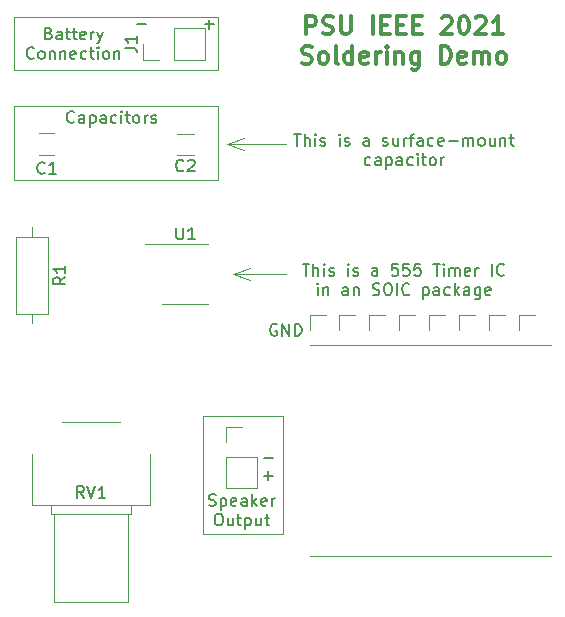
<source format=gbr>
%TF.GenerationSoftware,KiCad,Pcbnew,(5.1.9)-1*%
%TF.CreationDate,2021-08-17T19:58:34-04:00*%
%TF.ProjectId,555-Timer-Soldering-Demo,3535352d-5469-46d6-9572-2d536f6c6465,rev?*%
%TF.SameCoordinates,Original*%
%TF.FileFunction,Legend,Top*%
%TF.FilePolarity,Positive*%
%FSLAX46Y46*%
G04 Gerber Fmt 4.6, Leading zero omitted, Abs format (unit mm)*
G04 Created by KiCad (PCBNEW (5.1.9)-1) date 2021-08-17 19:58:34*
%MOMM*%
%LPD*%
G01*
G04 APERTURE LIST*
%ADD10C,0.150000*%
%ADD11C,0.120000*%
%ADD12C,0.299720*%
G04 APERTURE END LIST*
D10*
X125738095Y-79250000D02*
X125642857Y-79202380D01*
X125500000Y-79202380D01*
X125357142Y-79250000D01*
X125261904Y-79345238D01*
X125214285Y-79440476D01*
X125166666Y-79630952D01*
X125166666Y-79773809D01*
X125214285Y-79964285D01*
X125261904Y-80059523D01*
X125357142Y-80154761D01*
X125500000Y-80202380D01*
X125595238Y-80202380D01*
X125738095Y-80154761D01*
X125785714Y-80107142D01*
X125785714Y-79773809D01*
X125595238Y-79773809D01*
X126214285Y-80202380D02*
X126214285Y-79202380D01*
X126785714Y-80202380D01*
X126785714Y-79202380D01*
X127261904Y-80202380D02*
X127261904Y-79202380D01*
X127500000Y-79202380D01*
X127642857Y-79250000D01*
X127738095Y-79345238D01*
X127785714Y-79440476D01*
X127833333Y-79630952D01*
X127833333Y-79773809D01*
X127785714Y-79964285D01*
X127738095Y-80059523D01*
X127642857Y-80154761D01*
X127500000Y-80202380D01*
X127261904Y-80202380D01*
D11*
X119500000Y-87000000D02*
X119500000Y-97000000D01*
X126250000Y-87000000D02*
X119500000Y-87000000D01*
X126250000Y-97000000D02*
X126250000Y-87000000D01*
X119500000Y-97000000D02*
X126250000Y-97000000D01*
D10*
X124619047Y-90571428D02*
X125380952Y-90571428D01*
X124619047Y-92071428D02*
X125380952Y-92071428D01*
X125000000Y-92452380D02*
X125000000Y-91690476D01*
X119988095Y-94579761D02*
X120130952Y-94627380D01*
X120369047Y-94627380D01*
X120464285Y-94579761D01*
X120511904Y-94532142D01*
X120559523Y-94436904D01*
X120559523Y-94341666D01*
X120511904Y-94246428D01*
X120464285Y-94198809D01*
X120369047Y-94151190D01*
X120178571Y-94103571D01*
X120083333Y-94055952D01*
X120035714Y-94008333D01*
X119988095Y-93913095D01*
X119988095Y-93817857D01*
X120035714Y-93722619D01*
X120083333Y-93675000D01*
X120178571Y-93627380D01*
X120416666Y-93627380D01*
X120559523Y-93675000D01*
X120988095Y-93960714D02*
X120988095Y-94960714D01*
X120988095Y-94008333D02*
X121083333Y-93960714D01*
X121273809Y-93960714D01*
X121369047Y-94008333D01*
X121416666Y-94055952D01*
X121464285Y-94151190D01*
X121464285Y-94436904D01*
X121416666Y-94532142D01*
X121369047Y-94579761D01*
X121273809Y-94627380D01*
X121083333Y-94627380D01*
X120988095Y-94579761D01*
X122273809Y-94579761D02*
X122178571Y-94627380D01*
X121988095Y-94627380D01*
X121892857Y-94579761D01*
X121845238Y-94484523D01*
X121845238Y-94103571D01*
X121892857Y-94008333D01*
X121988095Y-93960714D01*
X122178571Y-93960714D01*
X122273809Y-94008333D01*
X122321428Y-94103571D01*
X122321428Y-94198809D01*
X121845238Y-94294047D01*
X123178571Y-94627380D02*
X123178571Y-94103571D01*
X123130952Y-94008333D01*
X123035714Y-93960714D01*
X122845238Y-93960714D01*
X122750000Y-94008333D01*
X123178571Y-94579761D02*
X123083333Y-94627380D01*
X122845238Y-94627380D01*
X122750000Y-94579761D01*
X122702380Y-94484523D01*
X122702380Y-94389285D01*
X122750000Y-94294047D01*
X122845238Y-94246428D01*
X123083333Y-94246428D01*
X123178571Y-94198809D01*
X123654761Y-94627380D02*
X123654761Y-93627380D01*
X123750000Y-94246428D02*
X124035714Y-94627380D01*
X124035714Y-93960714D02*
X123654761Y-94341666D01*
X124845238Y-94579761D02*
X124750000Y-94627380D01*
X124559523Y-94627380D01*
X124464285Y-94579761D01*
X124416666Y-94484523D01*
X124416666Y-94103571D01*
X124464285Y-94008333D01*
X124559523Y-93960714D01*
X124750000Y-93960714D01*
X124845238Y-94008333D01*
X124892857Y-94103571D01*
X124892857Y-94198809D01*
X124416666Y-94294047D01*
X125321428Y-94627380D02*
X125321428Y-93960714D01*
X125321428Y-94151190D02*
X125369047Y-94055952D01*
X125416666Y-94008333D01*
X125511904Y-93960714D01*
X125607142Y-93960714D01*
X120726190Y-95277380D02*
X120916666Y-95277380D01*
X121011904Y-95325000D01*
X121107142Y-95420238D01*
X121154761Y-95610714D01*
X121154761Y-95944047D01*
X121107142Y-96134523D01*
X121011904Y-96229761D01*
X120916666Y-96277380D01*
X120726190Y-96277380D01*
X120630952Y-96229761D01*
X120535714Y-96134523D01*
X120488095Y-95944047D01*
X120488095Y-95610714D01*
X120535714Y-95420238D01*
X120630952Y-95325000D01*
X120726190Y-95277380D01*
X122011904Y-95610714D02*
X122011904Y-96277380D01*
X121583333Y-95610714D02*
X121583333Y-96134523D01*
X121630952Y-96229761D01*
X121726190Y-96277380D01*
X121869047Y-96277380D01*
X121964285Y-96229761D01*
X122011904Y-96182142D01*
X122345238Y-95610714D02*
X122726190Y-95610714D01*
X122488095Y-95277380D02*
X122488095Y-96134523D01*
X122535714Y-96229761D01*
X122630952Y-96277380D01*
X122726190Y-96277380D01*
X123059523Y-95610714D02*
X123059523Y-96610714D01*
X123059523Y-95658333D02*
X123154761Y-95610714D01*
X123345238Y-95610714D01*
X123440476Y-95658333D01*
X123488095Y-95705952D01*
X123535714Y-95801190D01*
X123535714Y-96086904D01*
X123488095Y-96182142D01*
X123440476Y-96229761D01*
X123345238Y-96277380D01*
X123154761Y-96277380D01*
X123059523Y-96229761D01*
X124392857Y-95610714D02*
X124392857Y-96277380D01*
X123964285Y-95610714D02*
X123964285Y-96134523D01*
X124011904Y-96229761D01*
X124107142Y-96277380D01*
X124250000Y-96277380D01*
X124345238Y-96229761D01*
X124392857Y-96182142D01*
X124726190Y-95610714D02*
X125107142Y-95610714D01*
X124869047Y-95277380D02*
X124869047Y-96134523D01*
X124916666Y-96229761D01*
X125011904Y-96277380D01*
X125107142Y-96277380D01*
X127928571Y-74127380D02*
X128500000Y-74127380D01*
X128214285Y-75127380D02*
X128214285Y-74127380D01*
X128833333Y-75127380D02*
X128833333Y-74127380D01*
X129261904Y-75127380D02*
X129261904Y-74603571D01*
X129214285Y-74508333D01*
X129119047Y-74460714D01*
X128976190Y-74460714D01*
X128880952Y-74508333D01*
X128833333Y-74555952D01*
X129738095Y-75127380D02*
X129738095Y-74460714D01*
X129738095Y-74127380D02*
X129690476Y-74175000D01*
X129738095Y-74222619D01*
X129785714Y-74175000D01*
X129738095Y-74127380D01*
X129738095Y-74222619D01*
X130166666Y-75079761D02*
X130261904Y-75127380D01*
X130452380Y-75127380D01*
X130547619Y-75079761D01*
X130595238Y-74984523D01*
X130595238Y-74936904D01*
X130547619Y-74841666D01*
X130452380Y-74794047D01*
X130309523Y-74794047D01*
X130214285Y-74746428D01*
X130166666Y-74651190D01*
X130166666Y-74603571D01*
X130214285Y-74508333D01*
X130309523Y-74460714D01*
X130452380Y-74460714D01*
X130547619Y-74508333D01*
X131785714Y-75127380D02*
X131785714Y-74460714D01*
X131785714Y-74127380D02*
X131738095Y-74175000D01*
X131785714Y-74222619D01*
X131833333Y-74175000D01*
X131785714Y-74127380D01*
X131785714Y-74222619D01*
X132214285Y-75079761D02*
X132309523Y-75127380D01*
X132500000Y-75127380D01*
X132595238Y-75079761D01*
X132642857Y-74984523D01*
X132642857Y-74936904D01*
X132595238Y-74841666D01*
X132500000Y-74794047D01*
X132357142Y-74794047D01*
X132261904Y-74746428D01*
X132214285Y-74651190D01*
X132214285Y-74603571D01*
X132261904Y-74508333D01*
X132357142Y-74460714D01*
X132500000Y-74460714D01*
X132595238Y-74508333D01*
X134261904Y-75127380D02*
X134261904Y-74603571D01*
X134214285Y-74508333D01*
X134119047Y-74460714D01*
X133928571Y-74460714D01*
X133833333Y-74508333D01*
X134261904Y-75079761D02*
X134166666Y-75127380D01*
X133928571Y-75127380D01*
X133833333Y-75079761D01*
X133785714Y-74984523D01*
X133785714Y-74889285D01*
X133833333Y-74794047D01*
X133928571Y-74746428D01*
X134166666Y-74746428D01*
X134261904Y-74698809D01*
X135976190Y-74127380D02*
X135500000Y-74127380D01*
X135452380Y-74603571D01*
X135500000Y-74555952D01*
X135595238Y-74508333D01*
X135833333Y-74508333D01*
X135928571Y-74555952D01*
X135976190Y-74603571D01*
X136023809Y-74698809D01*
X136023809Y-74936904D01*
X135976190Y-75032142D01*
X135928571Y-75079761D01*
X135833333Y-75127380D01*
X135595238Y-75127380D01*
X135500000Y-75079761D01*
X135452380Y-75032142D01*
X136928571Y-74127380D02*
X136452380Y-74127380D01*
X136404761Y-74603571D01*
X136452380Y-74555952D01*
X136547619Y-74508333D01*
X136785714Y-74508333D01*
X136880952Y-74555952D01*
X136928571Y-74603571D01*
X136976190Y-74698809D01*
X136976190Y-74936904D01*
X136928571Y-75032142D01*
X136880952Y-75079761D01*
X136785714Y-75127380D01*
X136547619Y-75127380D01*
X136452380Y-75079761D01*
X136404761Y-75032142D01*
X137880952Y-74127380D02*
X137404761Y-74127380D01*
X137357142Y-74603571D01*
X137404761Y-74555952D01*
X137500000Y-74508333D01*
X137738095Y-74508333D01*
X137833333Y-74555952D01*
X137880952Y-74603571D01*
X137928571Y-74698809D01*
X137928571Y-74936904D01*
X137880952Y-75032142D01*
X137833333Y-75079761D01*
X137738095Y-75127380D01*
X137500000Y-75127380D01*
X137404761Y-75079761D01*
X137357142Y-75032142D01*
X138976190Y-74127380D02*
X139547619Y-74127380D01*
X139261904Y-75127380D02*
X139261904Y-74127380D01*
X139880952Y-75127380D02*
X139880952Y-74460714D01*
X139880952Y-74127380D02*
X139833333Y-74175000D01*
X139880952Y-74222619D01*
X139928571Y-74175000D01*
X139880952Y-74127380D01*
X139880952Y-74222619D01*
X140357142Y-75127380D02*
X140357142Y-74460714D01*
X140357142Y-74555952D02*
X140404761Y-74508333D01*
X140500000Y-74460714D01*
X140642857Y-74460714D01*
X140738095Y-74508333D01*
X140785714Y-74603571D01*
X140785714Y-75127380D01*
X140785714Y-74603571D02*
X140833333Y-74508333D01*
X140928571Y-74460714D01*
X141071428Y-74460714D01*
X141166666Y-74508333D01*
X141214285Y-74603571D01*
X141214285Y-75127380D01*
X142071428Y-75079761D02*
X141976190Y-75127380D01*
X141785714Y-75127380D01*
X141690476Y-75079761D01*
X141642857Y-74984523D01*
X141642857Y-74603571D01*
X141690476Y-74508333D01*
X141785714Y-74460714D01*
X141976190Y-74460714D01*
X142071428Y-74508333D01*
X142119047Y-74603571D01*
X142119047Y-74698809D01*
X141642857Y-74794047D01*
X142547619Y-75127380D02*
X142547619Y-74460714D01*
X142547619Y-74651190D02*
X142595238Y-74555952D01*
X142642857Y-74508333D01*
X142738095Y-74460714D01*
X142833333Y-74460714D01*
X143928571Y-75127380D02*
X143928571Y-74127380D01*
X144976190Y-75032142D02*
X144928571Y-75079761D01*
X144785714Y-75127380D01*
X144690476Y-75127380D01*
X144547619Y-75079761D01*
X144452380Y-74984523D01*
X144404761Y-74889285D01*
X144357142Y-74698809D01*
X144357142Y-74555952D01*
X144404761Y-74365476D01*
X144452380Y-74270238D01*
X144547619Y-74175000D01*
X144690476Y-74127380D01*
X144785714Y-74127380D01*
X144928571Y-74175000D01*
X144976190Y-74222619D01*
X129190476Y-76777380D02*
X129190476Y-76110714D01*
X129190476Y-75777380D02*
X129142857Y-75825000D01*
X129190476Y-75872619D01*
X129238095Y-75825000D01*
X129190476Y-75777380D01*
X129190476Y-75872619D01*
X129666666Y-76110714D02*
X129666666Y-76777380D01*
X129666666Y-76205952D02*
X129714285Y-76158333D01*
X129809523Y-76110714D01*
X129952380Y-76110714D01*
X130047619Y-76158333D01*
X130095238Y-76253571D01*
X130095238Y-76777380D01*
X131761904Y-76777380D02*
X131761904Y-76253571D01*
X131714285Y-76158333D01*
X131619047Y-76110714D01*
X131428571Y-76110714D01*
X131333333Y-76158333D01*
X131761904Y-76729761D02*
X131666666Y-76777380D01*
X131428571Y-76777380D01*
X131333333Y-76729761D01*
X131285714Y-76634523D01*
X131285714Y-76539285D01*
X131333333Y-76444047D01*
X131428571Y-76396428D01*
X131666666Y-76396428D01*
X131761904Y-76348809D01*
X132238095Y-76110714D02*
X132238095Y-76777380D01*
X132238095Y-76205952D02*
X132285714Y-76158333D01*
X132380952Y-76110714D01*
X132523809Y-76110714D01*
X132619047Y-76158333D01*
X132666666Y-76253571D01*
X132666666Y-76777380D01*
X133857142Y-76729761D02*
X134000000Y-76777380D01*
X134238095Y-76777380D01*
X134333333Y-76729761D01*
X134380952Y-76682142D01*
X134428571Y-76586904D01*
X134428571Y-76491666D01*
X134380952Y-76396428D01*
X134333333Y-76348809D01*
X134238095Y-76301190D01*
X134047619Y-76253571D01*
X133952380Y-76205952D01*
X133904761Y-76158333D01*
X133857142Y-76063095D01*
X133857142Y-75967857D01*
X133904761Y-75872619D01*
X133952380Y-75825000D01*
X134047619Y-75777380D01*
X134285714Y-75777380D01*
X134428571Y-75825000D01*
X135047619Y-75777380D02*
X135238095Y-75777380D01*
X135333333Y-75825000D01*
X135428571Y-75920238D01*
X135476190Y-76110714D01*
X135476190Y-76444047D01*
X135428571Y-76634523D01*
X135333333Y-76729761D01*
X135238095Y-76777380D01*
X135047619Y-76777380D01*
X134952380Y-76729761D01*
X134857142Y-76634523D01*
X134809523Y-76444047D01*
X134809523Y-76110714D01*
X134857142Y-75920238D01*
X134952380Y-75825000D01*
X135047619Y-75777380D01*
X135904761Y-76777380D02*
X135904761Y-75777380D01*
X136952380Y-76682142D02*
X136904761Y-76729761D01*
X136761904Y-76777380D01*
X136666666Y-76777380D01*
X136523809Y-76729761D01*
X136428571Y-76634523D01*
X136380952Y-76539285D01*
X136333333Y-76348809D01*
X136333333Y-76205952D01*
X136380952Y-76015476D01*
X136428571Y-75920238D01*
X136523809Y-75825000D01*
X136666666Y-75777380D01*
X136761904Y-75777380D01*
X136904761Y-75825000D01*
X136952380Y-75872619D01*
X138142857Y-76110714D02*
X138142857Y-77110714D01*
X138142857Y-76158333D02*
X138238095Y-76110714D01*
X138428571Y-76110714D01*
X138523809Y-76158333D01*
X138571428Y-76205952D01*
X138619047Y-76301190D01*
X138619047Y-76586904D01*
X138571428Y-76682142D01*
X138523809Y-76729761D01*
X138428571Y-76777380D01*
X138238095Y-76777380D01*
X138142857Y-76729761D01*
X139476190Y-76777380D02*
X139476190Y-76253571D01*
X139428571Y-76158333D01*
X139333333Y-76110714D01*
X139142857Y-76110714D01*
X139047619Y-76158333D01*
X139476190Y-76729761D02*
X139380952Y-76777380D01*
X139142857Y-76777380D01*
X139047619Y-76729761D01*
X139000000Y-76634523D01*
X139000000Y-76539285D01*
X139047619Y-76444047D01*
X139142857Y-76396428D01*
X139380952Y-76396428D01*
X139476190Y-76348809D01*
X140380952Y-76729761D02*
X140285714Y-76777380D01*
X140095238Y-76777380D01*
X140000000Y-76729761D01*
X139952380Y-76682142D01*
X139904761Y-76586904D01*
X139904761Y-76301190D01*
X139952380Y-76205952D01*
X140000000Y-76158333D01*
X140095238Y-76110714D01*
X140285714Y-76110714D01*
X140380952Y-76158333D01*
X140809523Y-76777380D02*
X140809523Y-75777380D01*
X140904761Y-76396428D02*
X141190476Y-76777380D01*
X141190476Y-76110714D02*
X140809523Y-76491666D01*
X142047619Y-76777380D02*
X142047619Y-76253571D01*
X142000000Y-76158333D01*
X141904761Y-76110714D01*
X141714285Y-76110714D01*
X141619047Y-76158333D01*
X142047619Y-76729761D02*
X141952380Y-76777380D01*
X141714285Y-76777380D01*
X141619047Y-76729761D01*
X141571428Y-76634523D01*
X141571428Y-76539285D01*
X141619047Y-76444047D01*
X141714285Y-76396428D01*
X141952380Y-76396428D01*
X142047619Y-76348809D01*
X142952380Y-76110714D02*
X142952380Y-76920238D01*
X142904761Y-77015476D01*
X142857142Y-77063095D01*
X142761904Y-77110714D01*
X142619047Y-77110714D01*
X142523809Y-77063095D01*
X142952380Y-76729761D02*
X142857142Y-76777380D01*
X142666666Y-76777380D01*
X142571428Y-76729761D01*
X142523809Y-76682142D01*
X142476190Y-76586904D01*
X142476190Y-76301190D01*
X142523809Y-76205952D01*
X142571428Y-76158333D01*
X142666666Y-76110714D01*
X142857142Y-76110714D01*
X142952380Y-76158333D01*
X143809523Y-76729761D02*
X143714285Y-76777380D01*
X143523809Y-76777380D01*
X143428571Y-76729761D01*
X143380952Y-76634523D01*
X143380952Y-76253571D01*
X143428571Y-76158333D01*
X143523809Y-76110714D01*
X143714285Y-76110714D01*
X143809523Y-76158333D01*
X143857142Y-76253571D01*
X143857142Y-76348809D01*
X143380952Y-76444047D01*
D11*
X122000000Y-75000000D02*
X126500000Y-75000000D01*
X122000000Y-75000000D02*
X123500000Y-75500000D01*
X122000000Y-75000000D02*
X123500000Y-74500000D01*
X103500000Y-53250000D02*
X103500000Y-57750000D01*
X120750000Y-57750000D02*
X120750000Y-53250000D01*
X103500000Y-57750000D02*
X120750000Y-57750000D01*
X120750000Y-53250000D02*
X103500000Y-53250000D01*
D10*
X106428571Y-54603571D02*
X106571428Y-54651190D01*
X106619047Y-54698809D01*
X106666666Y-54794047D01*
X106666666Y-54936904D01*
X106619047Y-55032142D01*
X106571428Y-55079761D01*
X106476190Y-55127380D01*
X106095238Y-55127380D01*
X106095238Y-54127380D01*
X106428571Y-54127380D01*
X106523809Y-54175000D01*
X106571428Y-54222619D01*
X106619047Y-54317857D01*
X106619047Y-54413095D01*
X106571428Y-54508333D01*
X106523809Y-54555952D01*
X106428571Y-54603571D01*
X106095238Y-54603571D01*
X107523809Y-55127380D02*
X107523809Y-54603571D01*
X107476190Y-54508333D01*
X107380952Y-54460714D01*
X107190476Y-54460714D01*
X107095238Y-54508333D01*
X107523809Y-55079761D02*
X107428571Y-55127380D01*
X107190476Y-55127380D01*
X107095238Y-55079761D01*
X107047619Y-54984523D01*
X107047619Y-54889285D01*
X107095238Y-54794047D01*
X107190476Y-54746428D01*
X107428571Y-54746428D01*
X107523809Y-54698809D01*
X107857142Y-54460714D02*
X108238095Y-54460714D01*
X108000000Y-54127380D02*
X108000000Y-54984523D01*
X108047619Y-55079761D01*
X108142857Y-55127380D01*
X108238095Y-55127380D01*
X108428571Y-54460714D02*
X108809523Y-54460714D01*
X108571428Y-54127380D02*
X108571428Y-54984523D01*
X108619047Y-55079761D01*
X108714285Y-55127380D01*
X108809523Y-55127380D01*
X109523809Y-55079761D02*
X109428571Y-55127380D01*
X109238095Y-55127380D01*
X109142857Y-55079761D01*
X109095238Y-54984523D01*
X109095238Y-54603571D01*
X109142857Y-54508333D01*
X109238095Y-54460714D01*
X109428571Y-54460714D01*
X109523809Y-54508333D01*
X109571428Y-54603571D01*
X109571428Y-54698809D01*
X109095238Y-54794047D01*
X110000000Y-55127380D02*
X110000000Y-54460714D01*
X110000000Y-54651190D02*
X110047619Y-54555952D01*
X110095238Y-54508333D01*
X110190476Y-54460714D01*
X110285714Y-54460714D01*
X110523809Y-54460714D02*
X110761904Y-55127380D01*
X111000000Y-54460714D02*
X110761904Y-55127380D01*
X110666666Y-55365476D01*
X110619047Y-55413095D01*
X110523809Y-55460714D01*
X105166666Y-56682142D02*
X105119047Y-56729761D01*
X104976190Y-56777380D01*
X104880952Y-56777380D01*
X104738095Y-56729761D01*
X104642857Y-56634523D01*
X104595238Y-56539285D01*
X104547619Y-56348809D01*
X104547619Y-56205952D01*
X104595238Y-56015476D01*
X104642857Y-55920238D01*
X104738095Y-55825000D01*
X104880952Y-55777380D01*
X104976190Y-55777380D01*
X105119047Y-55825000D01*
X105166666Y-55872619D01*
X105738095Y-56777380D02*
X105642857Y-56729761D01*
X105595238Y-56682142D01*
X105547619Y-56586904D01*
X105547619Y-56301190D01*
X105595238Y-56205952D01*
X105642857Y-56158333D01*
X105738095Y-56110714D01*
X105880952Y-56110714D01*
X105976190Y-56158333D01*
X106023809Y-56205952D01*
X106071428Y-56301190D01*
X106071428Y-56586904D01*
X106023809Y-56682142D01*
X105976190Y-56729761D01*
X105880952Y-56777380D01*
X105738095Y-56777380D01*
X106500000Y-56110714D02*
X106500000Y-56777380D01*
X106500000Y-56205952D02*
X106547619Y-56158333D01*
X106642857Y-56110714D01*
X106785714Y-56110714D01*
X106880952Y-56158333D01*
X106928571Y-56253571D01*
X106928571Y-56777380D01*
X107404761Y-56110714D02*
X107404761Y-56777380D01*
X107404761Y-56205952D02*
X107452380Y-56158333D01*
X107547619Y-56110714D01*
X107690476Y-56110714D01*
X107785714Y-56158333D01*
X107833333Y-56253571D01*
X107833333Y-56777380D01*
X108690476Y-56729761D02*
X108595238Y-56777380D01*
X108404761Y-56777380D01*
X108309523Y-56729761D01*
X108261904Y-56634523D01*
X108261904Y-56253571D01*
X108309523Y-56158333D01*
X108404761Y-56110714D01*
X108595238Y-56110714D01*
X108690476Y-56158333D01*
X108738095Y-56253571D01*
X108738095Y-56348809D01*
X108261904Y-56444047D01*
X109595238Y-56729761D02*
X109500000Y-56777380D01*
X109309523Y-56777380D01*
X109214285Y-56729761D01*
X109166666Y-56682142D01*
X109119047Y-56586904D01*
X109119047Y-56301190D01*
X109166666Y-56205952D01*
X109214285Y-56158333D01*
X109309523Y-56110714D01*
X109500000Y-56110714D01*
X109595238Y-56158333D01*
X109880952Y-56110714D02*
X110261904Y-56110714D01*
X110023809Y-55777380D02*
X110023809Y-56634523D01*
X110071428Y-56729761D01*
X110166666Y-56777380D01*
X110261904Y-56777380D01*
X110595238Y-56777380D02*
X110595238Y-56110714D01*
X110595238Y-55777380D02*
X110547619Y-55825000D01*
X110595238Y-55872619D01*
X110642857Y-55825000D01*
X110595238Y-55777380D01*
X110595238Y-55872619D01*
X111214285Y-56777380D02*
X111119047Y-56729761D01*
X111071428Y-56682142D01*
X111023809Y-56586904D01*
X111023809Y-56301190D01*
X111071428Y-56205952D01*
X111119047Y-56158333D01*
X111214285Y-56110714D01*
X111357142Y-56110714D01*
X111452380Y-56158333D01*
X111500000Y-56205952D01*
X111547619Y-56301190D01*
X111547619Y-56586904D01*
X111500000Y-56682142D01*
X111452380Y-56729761D01*
X111357142Y-56777380D01*
X111214285Y-56777380D01*
X111976190Y-56110714D02*
X111976190Y-56777380D01*
X111976190Y-56205952D02*
X112023809Y-56158333D01*
X112119047Y-56110714D01*
X112261904Y-56110714D01*
X112357142Y-56158333D01*
X112404761Y-56253571D01*
X112404761Y-56777380D01*
X119619047Y-53821428D02*
X120380952Y-53821428D01*
X120000000Y-54202380D02*
X120000000Y-53440476D01*
X113869047Y-53821428D02*
X114630952Y-53821428D01*
D11*
X120750000Y-60750000D02*
X103500000Y-60750000D01*
X120750000Y-67000000D02*
X120750000Y-60750000D01*
X103500000Y-67000000D02*
X120750000Y-67000000D01*
X103500000Y-60750000D02*
X103500000Y-67000000D01*
D10*
X108583333Y-62107142D02*
X108535714Y-62154761D01*
X108392857Y-62202380D01*
X108297619Y-62202380D01*
X108154761Y-62154761D01*
X108059523Y-62059523D01*
X108011904Y-61964285D01*
X107964285Y-61773809D01*
X107964285Y-61630952D01*
X108011904Y-61440476D01*
X108059523Y-61345238D01*
X108154761Y-61250000D01*
X108297619Y-61202380D01*
X108392857Y-61202380D01*
X108535714Y-61250000D01*
X108583333Y-61297619D01*
X109440476Y-62202380D02*
X109440476Y-61678571D01*
X109392857Y-61583333D01*
X109297619Y-61535714D01*
X109107142Y-61535714D01*
X109011904Y-61583333D01*
X109440476Y-62154761D02*
X109345238Y-62202380D01*
X109107142Y-62202380D01*
X109011904Y-62154761D01*
X108964285Y-62059523D01*
X108964285Y-61964285D01*
X109011904Y-61869047D01*
X109107142Y-61821428D01*
X109345238Y-61821428D01*
X109440476Y-61773809D01*
X109916666Y-61535714D02*
X109916666Y-62535714D01*
X109916666Y-61583333D02*
X110011904Y-61535714D01*
X110202380Y-61535714D01*
X110297619Y-61583333D01*
X110345238Y-61630952D01*
X110392857Y-61726190D01*
X110392857Y-62011904D01*
X110345238Y-62107142D01*
X110297619Y-62154761D01*
X110202380Y-62202380D01*
X110011904Y-62202380D01*
X109916666Y-62154761D01*
X111250000Y-62202380D02*
X111250000Y-61678571D01*
X111202380Y-61583333D01*
X111107142Y-61535714D01*
X110916666Y-61535714D01*
X110821428Y-61583333D01*
X111250000Y-62154761D02*
X111154761Y-62202380D01*
X110916666Y-62202380D01*
X110821428Y-62154761D01*
X110773809Y-62059523D01*
X110773809Y-61964285D01*
X110821428Y-61869047D01*
X110916666Y-61821428D01*
X111154761Y-61821428D01*
X111250000Y-61773809D01*
X112154761Y-62154761D02*
X112059523Y-62202380D01*
X111869047Y-62202380D01*
X111773809Y-62154761D01*
X111726190Y-62107142D01*
X111678571Y-62011904D01*
X111678571Y-61726190D01*
X111726190Y-61630952D01*
X111773809Y-61583333D01*
X111869047Y-61535714D01*
X112059523Y-61535714D01*
X112154761Y-61583333D01*
X112583333Y-62202380D02*
X112583333Y-61535714D01*
X112583333Y-61202380D02*
X112535714Y-61250000D01*
X112583333Y-61297619D01*
X112630952Y-61250000D01*
X112583333Y-61202380D01*
X112583333Y-61297619D01*
X112916666Y-61535714D02*
X113297619Y-61535714D01*
X113059523Y-61202380D02*
X113059523Y-62059523D01*
X113107142Y-62154761D01*
X113202380Y-62202380D01*
X113297619Y-62202380D01*
X113773809Y-62202380D02*
X113678571Y-62154761D01*
X113630952Y-62107142D01*
X113583333Y-62011904D01*
X113583333Y-61726190D01*
X113630952Y-61630952D01*
X113678571Y-61583333D01*
X113773809Y-61535714D01*
X113916666Y-61535714D01*
X114011904Y-61583333D01*
X114059523Y-61630952D01*
X114107142Y-61726190D01*
X114107142Y-62011904D01*
X114059523Y-62107142D01*
X114011904Y-62154761D01*
X113916666Y-62202380D01*
X113773809Y-62202380D01*
X114535714Y-62202380D02*
X114535714Y-61535714D01*
X114535714Y-61726190D02*
X114583333Y-61630952D01*
X114630952Y-61583333D01*
X114726190Y-61535714D01*
X114821428Y-61535714D01*
X115107142Y-62154761D02*
X115202380Y-62202380D01*
X115392857Y-62202380D01*
X115488095Y-62154761D01*
X115535714Y-62059523D01*
X115535714Y-62011904D01*
X115488095Y-61916666D01*
X115392857Y-61869047D01*
X115250000Y-61869047D01*
X115154761Y-61821428D01*
X115107142Y-61726190D01*
X115107142Y-61678571D01*
X115154761Y-61583333D01*
X115250000Y-61535714D01*
X115392857Y-61535714D01*
X115488095Y-61583333D01*
X127190476Y-63127380D02*
X127761904Y-63127380D01*
X127476190Y-64127380D02*
X127476190Y-63127380D01*
X128095238Y-64127380D02*
X128095238Y-63127380D01*
X128523809Y-64127380D02*
X128523809Y-63603571D01*
X128476190Y-63508333D01*
X128380952Y-63460714D01*
X128238095Y-63460714D01*
X128142857Y-63508333D01*
X128095238Y-63555952D01*
X129000000Y-64127380D02*
X129000000Y-63460714D01*
X129000000Y-63127380D02*
X128952380Y-63175000D01*
X129000000Y-63222619D01*
X129047619Y-63175000D01*
X129000000Y-63127380D01*
X129000000Y-63222619D01*
X129428571Y-64079761D02*
X129523809Y-64127380D01*
X129714285Y-64127380D01*
X129809523Y-64079761D01*
X129857142Y-63984523D01*
X129857142Y-63936904D01*
X129809523Y-63841666D01*
X129714285Y-63794047D01*
X129571428Y-63794047D01*
X129476190Y-63746428D01*
X129428571Y-63651190D01*
X129428571Y-63603571D01*
X129476190Y-63508333D01*
X129571428Y-63460714D01*
X129714285Y-63460714D01*
X129809523Y-63508333D01*
X131047619Y-64127380D02*
X131047619Y-63460714D01*
X131047619Y-63127380D02*
X131000000Y-63175000D01*
X131047619Y-63222619D01*
X131095238Y-63175000D01*
X131047619Y-63127380D01*
X131047619Y-63222619D01*
X131476190Y-64079761D02*
X131571428Y-64127380D01*
X131761904Y-64127380D01*
X131857142Y-64079761D01*
X131904761Y-63984523D01*
X131904761Y-63936904D01*
X131857142Y-63841666D01*
X131761904Y-63794047D01*
X131619047Y-63794047D01*
X131523809Y-63746428D01*
X131476190Y-63651190D01*
X131476190Y-63603571D01*
X131523809Y-63508333D01*
X131619047Y-63460714D01*
X131761904Y-63460714D01*
X131857142Y-63508333D01*
X133523809Y-64127380D02*
X133523809Y-63603571D01*
X133476190Y-63508333D01*
X133380952Y-63460714D01*
X133190476Y-63460714D01*
X133095238Y-63508333D01*
X133523809Y-64079761D02*
X133428571Y-64127380D01*
X133190476Y-64127380D01*
X133095238Y-64079761D01*
X133047619Y-63984523D01*
X133047619Y-63889285D01*
X133095238Y-63794047D01*
X133190476Y-63746428D01*
X133428571Y-63746428D01*
X133523809Y-63698809D01*
X134714285Y-64079761D02*
X134809523Y-64127380D01*
X135000000Y-64127380D01*
X135095238Y-64079761D01*
X135142857Y-63984523D01*
X135142857Y-63936904D01*
X135095238Y-63841666D01*
X135000000Y-63794047D01*
X134857142Y-63794047D01*
X134761904Y-63746428D01*
X134714285Y-63651190D01*
X134714285Y-63603571D01*
X134761904Y-63508333D01*
X134857142Y-63460714D01*
X135000000Y-63460714D01*
X135095238Y-63508333D01*
X136000000Y-63460714D02*
X136000000Y-64127380D01*
X135571428Y-63460714D02*
X135571428Y-63984523D01*
X135619047Y-64079761D01*
X135714285Y-64127380D01*
X135857142Y-64127380D01*
X135952380Y-64079761D01*
X136000000Y-64032142D01*
X136476190Y-64127380D02*
X136476190Y-63460714D01*
X136476190Y-63651190D02*
X136523809Y-63555952D01*
X136571428Y-63508333D01*
X136666666Y-63460714D01*
X136761904Y-63460714D01*
X136952380Y-63460714D02*
X137333333Y-63460714D01*
X137095238Y-64127380D02*
X137095238Y-63270238D01*
X137142857Y-63175000D01*
X137238095Y-63127380D01*
X137333333Y-63127380D01*
X138095238Y-64127380D02*
X138095238Y-63603571D01*
X138047619Y-63508333D01*
X137952380Y-63460714D01*
X137761904Y-63460714D01*
X137666666Y-63508333D01*
X138095238Y-64079761D02*
X138000000Y-64127380D01*
X137761904Y-64127380D01*
X137666666Y-64079761D01*
X137619047Y-63984523D01*
X137619047Y-63889285D01*
X137666666Y-63794047D01*
X137761904Y-63746428D01*
X138000000Y-63746428D01*
X138095238Y-63698809D01*
X139000000Y-64079761D02*
X138904761Y-64127380D01*
X138714285Y-64127380D01*
X138619047Y-64079761D01*
X138571428Y-64032142D01*
X138523809Y-63936904D01*
X138523809Y-63651190D01*
X138571428Y-63555952D01*
X138619047Y-63508333D01*
X138714285Y-63460714D01*
X138904761Y-63460714D01*
X139000000Y-63508333D01*
X139809523Y-64079761D02*
X139714285Y-64127380D01*
X139523809Y-64127380D01*
X139428571Y-64079761D01*
X139380952Y-63984523D01*
X139380952Y-63603571D01*
X139428571Y-63508333D01*
X139523809Y-63460714D01*
X139714285Y-63460714D01*
X139809523Y-63508333D01*
X139857142Y-63603571D01*
X139857142Y-63698809D01*
X139380952Y-63794047D01*
X140285714Y-63746428D02*
X141047619Y-63746428D01*
X141523809Y-64127380D02*
X141523809Y-63460714D01*
X141523809Y-63555952D02*
X141571428Y-63508333D01*
X141666666Y-63460714D01*
X141809523Y-63460714D01*
X141904761Y-63508333D01*
X141952380Y-63603571D01*
X141952380Y-64127380D01*
X141952380Y-63603571D02*
X142000000Y-63508333D01*
X142095238Y-63460714D01*
X142238095Y-63460714D01*
X142333333Y-63508333D01*
X142380952Y-63603571D01*
X142380952Y-64127380D01*
X143000000Y-64127380D02*
X142904761Y-64079761D01*
X142857142Y-64032142D01*
X142809523Y-63936904D01*
X142809523Y-63651190D01*
X142857142Y-63555952D01*
X142904761Y-63508333D01*
X143000000Y-63460714D01*
X143142857Y-63460714D01*
X143238095Y-63508333D01*
X143285714Y-63555952D01*
X143333333Y-63651190D01*
X143333333Y-63936904D01*
X143285714Y-64032142D01*
X143238095Y-64079761D01*
X143142857Y-64127380D01*
X143000000Y-64127380D01*
X144190476Y-63460714D02*
X144190476Y-64127380D01*
X143761904Y-63460714D02*
X143761904Y-63984523D01*
X143809523Y-64079761D01*
X143904761Y-64127380D01*
X144047619Y-64127380D01*
X144142857Y-64079761D01*
X144190476Y-64032142D01*
X144666666Y-63460714D02*
X144666666Y-64127380D01*
X144666666Y-63555952D02*
X144714285Y-63508333D01*
X144809523Y-63460714D01*
X144952380Y-63460714D01*
X145047619Y-63508333D01*
X145095238Y-63603571D01*
X145095238Y-64127380D01*
X145428571Y-63460714D02*
X145809523Y-63460714D01*
X145571428Y-63127380D02*
X145571428Y-63984523D01*
X145619047Y-64079761D01*
X145714285Y-64127380D01*
X145809523Y-64127380D01*
X133666666Y-65729761D02*
X133571428Y-65777380D01*
X133380952Y-65777380D01*
X133285714Y-65729761D01*
X133238095Y-65682142D01*
X133190476Y-65586904D01*
X133190476Y-65301190D01*
X133238095Y-65205952D01*
X133285714Y-65158333D01*
X133380952Y-65110714D01*
X133571428Y-65110714D01*
X133666666Y-65158333D01*
X134523809Y-65777380D02*
X134523809Y-65253571D01*
X134476190Y-65158333D01*
X134380952Y-65110714D01*
X134190476Y-65110714D01*
X134095238Y-65158333D01*
X134523809Y-65729761D02*
X134428571Y-65777380D01*
X134190476Y-65777380D01*
X134095238Y-65729761D01*
X134047619Y-65634523D01*
X134047619Y-65539285D01*
X134095238Y-65444047D01*
X134190476Y-65396428D01*
X134428571Y-65396428D01*
X134523809Y-65348809D01*
X135000000Y-65110714D02*
X135000000Y-66110714D01*
X135000000Y-65158333D02*
X135095238Y-65110714D01*
X135285714Y-65110714D01*
X135380952Y-65158333D01*
X135428571Y-65205952D01*
X135476190Y-65301190D01*
X135476190Y-65586904D01*
X135428571Y-65682142D01*
X135380952Y-65729761D01*
X135285714Y-65777380D01*
X135095238Y-65777380D01*
X135000000Y-65729761D01*
X136333333Y-65777380D02*
X136333333Y-65253571D01*
X136285714Y-65158333D01*
X136190476Y-65110714D01*
X136000000Y-65110714D01*
X135904761Y-65158333D01*
X136333333Y-65729761D02*
X136238095Y-65777380D01*
X136000000Y-65777380D01*
X135904761Y-65729761D01*
X135857142Y-65634523D01*
X135857142Y-65539285D01*
X135904761Y-65444047D01*
X136000000Y-65396428D01*
X136238095Y-65396428D01*
X136333333Y-65348809D01*
X137238095Y-65729761D02*
X137142857Y-65777380D01*
X136952380Y-65777380D01*
X136857142Y-65729761D01*
X136809523Y-65682142D01*
X136761904Y-65586904D01*
X136761904Y-65301190D01*
X136809523Y-65205952D01*
X136857142Y-65158333D01*
X136952380Y-65110714D01*
X137142857Y-65110714D01*
X137238095Y-65158333D01*
X137666666Y-65777380D02*
X137666666Y-65110714D01*
X137666666Y-64777380D02*
X137619047Y-64825000D01*
X137666666Y-64872619D01*
X137714285Y-64825000D01*
X137666666Y-64777380D01*
X137666666Y-64872619D01*
X138000000Y-65110714D02*
X138380952Y-65110714D01*
X138142857Y-64777380D02*
X138142857Y-65634523D01*
X138190476Y-65729761D01*
X138285714Y-65777380D01*
X138380952Y-65777380D01*
X138857142Y-65777380D02*
X138761904Y-65729761D01*
X138714285Y-65682142D01*
X138666666Y-65586904D01*
X138666666Y-65301190D01*
X138714285Y-65205952D01*
X138761904Y-65158333D01*
X138857142Y-65110714D01*
X139000000Y-65110714D01*
X139095238Y-65158333D01*
X139142857Y-65205952D01*
X139190476Y-65301190D01*
X139190476Y-65586904D01*
X139142857Y-65682142D01*
X139095238Y-65729761D01*
X139000000Y-65777380D01*
X138857142Y-65777380D01*
X139619047Y-65777380D02*
X139619047Y-65110714D01*
X139619047Y-65301190D02*
X139666666Y-65205952D01*
X139714285Y-65158333D01*
X139809523Y-65110714D01*
X139904761Y-65110714D01*
D11*
X121500000Y-64000000D02*
X123000000Y-64500000D01*
X121500000Y-64000000D02*
X123000000Y-63500000D01*
X121500000Y-64000000D02*
X126500000Y-64000000D01*
D12*
X127857142Y-57107142D02*
X128071428Y-57178571D01*
X128428571Y-57178571D01*
X128571428Y-57107142D01*
X128642857Y-57035714D01*
X128714285Y-56892857D01*
X128714285Y-56750000D01*
X128642857Y-56607142D01*
X128571428Y-56535714D01*
X128428571Y-56464285D01*
X128142857Y-56392857D01*
X128000000Y-56321428D01*
X127928571Y-56250000D01*
X127857142Y-56107142D01*
X127857142Y-55964285D01*
X127928571Y-55821428D01*
X128000000Y-55750000D01*
X128142857Y-55678571D01*
X128500000Y-55678571D01*
X128714285Y-55750000D01*
X129571428Y-57178571D02*
X129428571Y-57107142D01*
X129357142Y-57035714D01*
X129285714Y-56892857D01*
X129285714Y-56464285D01*
X129357142Y-56321428D01*
X129428571Y-56250000D01*
X129571428Y-56178571D01*
X129785714Y-56178571D01*
X129928571Y-56250000D01*
X130000000Y-56321428D01*
X130071428Y-56464285D01*
X130071428Y-56892857D01*
X130000000Y-57035714D01*
X129928571Y-57107142D01*
X129785714Y-57178571D01*
X129571428Y-57178571D01*
X130928571Y-57178571D02*
X130785714Y-57107142D01*
X130714285Y-56964285D01*
X130714285Y-55678571D01*
X132142857Y-57178571D02*
X132142857Y-55678571D01*
X132142857Y-57107142D02*
X132000000Y-57178571D01*
X131714285Y-57178571D01*
X131571428Y-57107142D01*
X131500000Y-57035714D01*
X131428571Y-56892857D01*
X131428571Y-56464285D01*
X131500000Y-56321428D01*
X131571428Y-56250000D01*
X131714285Y-56178571D01*
X132000000Y-56178571D01*
X132142857Y-56250000D01*
X133428571Y-57107142D02*
X133285714Y-57178571D01*
X133000000Y-57178571D01*
X132857142Y-57107142D01*
X132785714Y-56964285D01*
X132785714Y-56392857D01*
X132857142Y-56250000D01*
X133000000Y-56178571D01*
X133285714Y-56178571D01*
X133428571Y-56250000D01*
X133500000Y-56392857D01*
X133500000Y-56535714D01*
X132785714Y-56678571D01*
X134142857Y-57178571D02*
X134142857Y-56178571D01*
X134142857Y-56464285D02*
X134214285Y-56321428D01*
X134285714Y-56250000D01*
X134428571Y-56178571D01*
X134571428Y-56178571D01*
X135071428Y-57178571D02*
X135071428Y-56178571D01*
X135071428Y-55678571D02*
X135000000Y-55750000D01*
X135071428Y-55821428D01*
X135142857Y-55750000D01*
X135071428Y-55678571D01*
X135071428Y-55821428D01*
X135785714Y-56178571D02*
X135785714Y-57178571D01*
X135785714Y-56321428D02*
X135857142Y-56250000D01*
X136000000Y-56178571D01*
X136214285Y-56178571D01*
X136357142Y-56250000D01*
X136428571Y-56392857D01*
X136428571Y-57178571D01*
X137785714Y-56178571D02*
X137785714Y-57392857D01*
X137714285Y-57535714D01*
X137642857Y-57607142D01*
X137500000Y-57678571D01*
X137285714Y-57678571D01*
X137142857Y-57607142D01*
X137785714Y-57107142D02*
X137642857Y-57178571D01*
X137357142Y-57178571D01*
X137214285Y-57107142D01*
X137142857Y-57035714D01*
X137071428Y-56892857D01*
X137071428Y-56464285D01*
X137142857Y-56321428D01*
X137214285Y-56250000D01*
X137357142Y-56178571D01*
X137642857Y-56178571D01*
X137785714Y-56250000D01*
X139642857Y-57178571D02*
X139642857Y-55678571D01*
X140000000Y-55678571D01*
X140214285Y-55750000D01*
X140357142Y-55892857D01*
X140428571Y-56035714D01*
X140500000Y-56321428D01*
X140500000Y-56535714D01*
X140428571Y-56821428D01*
X140357142Y-56964285D01*
X140214285Y-57107142D01*
X140000000Y-57178571D01*
X139642857Y-57178571D01*
X141714285Y-57107142D02*
X141571428Y-57178571D01*
X141285714Y-57178571D01*
X141142857Y-57107142D01*
X141071428Y-56964285D01*
X141071428Y-56392857D01*
X141142857Y-56250000D01*
X141285714Y-56178571D01*
X141571428Y-56178571D01*
X141714285Y-56250000D01*
X141785714Y-56392857D01*
X141785714Y-56535714D01*
X141071428Y-56678571D01*
X142428571Y-57178571D02*
X142428571Y-56178571D01*
X142428571Y-56321428D02*
X142500000Y-56250000D01*
X142642857Y-56178571D01*
X142857142Y-56178571D01*
X143000000Y-56250000D01*
X143071428Y-56392857D01*
X143071428Y-57178571D01*
X143071428Y-56392857D02*
X143142857Y-56250000D01*
X143285714Y-56178571D01*
X143500000Y-56178571D01*
X143642857Y-56250000D01*
X143714285Y-56392857D01*
X143714285Y-57178571D01*
X144642857Y-57178571D02*
X144500000Y-57107142D01*
X144428571Y-57035714D01*
X144357142Y-56892857D01*
X144357142Y-56464285D01*
X144428571Y-56321428D01*
X144500000Y-56250000D01*
X144642857Y-56178571D01*
X144857142Y-56178571D01*
X145000000Y-56250000D01*
X145071428Y-56321428D01*
X145142857Y-56464285D01*
X145142857Y-56892857D01*
X145071428Y-57035714D01*
X145000000Y-57107142D01*
X144857142Y-57178571D01*
X144642857Y-57178571D01*
X128214285Y-54678571D02*
X128214285Y-53178571D01*
X128785714Y-53178571D01*
X128928571Y-53250000D01*
X129000000Y-53321428D01*
X129071428Y-53464285D01*
X129071428Y-53678571D01*
X129000000Y-53821428D01*
X128928571Y-53892857D01*
X128785714Y-53964285D01*
X128214285Y-53964285D01*
X129642857Y-54607142D02*
X129857142Y-54678571D01*
X130214285Y-54678571D01*
X130357142Y-54607142D01*
X130428571Y-54535714D01*
X130500000Y-54392857D01*
X130500000Y-54250000D01*
X130428571Y-54107142D01*
X130357142Y-54035714D01*
X130214285Y-53964285D01*
X129928571Y-53892857D01*
X129785714Y-53821428D01*
X129714285Y-53750000D01*
X129642857Y-53607142D01*
X129642857Y-53464285D01*
X129714285Y-53321428D01*
X129785714Y-53250000D01*
X129928571Y-53178571D01*
X130285714Y-53178571D01*
X130500000Y-53250000D01*
X131142857Y-53178571D02*
X131142857Y-54392857D01*
X131214285Y-54535714D01*
X131285714Y-54607142D01*
X131428571Y-54678571D01*
X131714285Y-54678571D01*
X131857142Y-54607142D01*
X131928571Y-54535714D01*
X132000000Y-54392857D01*
X132000000Y-53178571D01*
X133857142Y-54678571D02*
X133857142Y-53178571D01*
X134571428Y-53892857D02*
X135071428Y-53892857D01*
X135285714Y-54678571D02*
X134571428Y-54678571D01*
X134571428Y-53178571D01*
X135285714Y-53178571D01*
X135928571Y-53892857D02*
X136428571Y-53892857D01*
X136642857Y-54678571D02*
X135928571Y-54678571D01*
X135928571Y-53178571D01*
X136642857Y-53178571D01*
X137285714Y-53892857D02*
X137785714Y-53892857D01*
X138000000Y-54678571D02*
X137285714Y-54678571D01*
X137285714Y-53178571D01*
X138000000Y-53178571D01*
X139714285Y-53321428D02*
X139785714Y-53250000D01*
X139928571Y-53178571D01*
X140285714Y-53178571D01*
X140428571Y-53250000D01*
X140500000Y-53321428D01*
X140571428Y-53464285D01*
X140571428Y-53607142D01*
X140500000Y-53821428D01*
X139642857Y-54678571D01*
X140571428Y-54678571D01*
X141500000Y-53178571D02*
X141642857Y-53178571D01*
X141785714Y-53250000D01*
X141857142Y-53321428D01*
X141928571Y-53464285D01*
X142000000Y-53750000D01*
X142000000Y-54107142D01*
X141928571Y-54392857D01*
X141857142Y-54535714D01*
X141785714Y-54607142D01*
X141642857Y-54678571D01*
X141500000Y-54678571D01*
X141357142Y-54607142D01*
X141285714Y-54535714D01*
X141214285Y-54392857D01*
X141142857Y-54107142D01*
X141142857Y-53750000D01*
X141214285Y-53464285D01*
X141285714Y-53321428D01*
X141357142Y-53250000D01*
X141500000Y-53178571D01*
X142571428Y-53321428D02*
X142642857Y-53250000D01*
X142785714Y-53178571D01*
X143142857Y-53178571D01*
X143285714Y-53250000D01*
X143357142Y-53321428D01*
X143428571Y-53464285D01*
X143428571Y-53607142D01*
X143357142Y-53821428D01*
X142500000Y-54678571D01*
X143428571Y-54678571D01*
X144857142Y-54678571D02*
X144000000Y-54678571D01*
X144428571Y-54678571D02*
X144428571Y-53178571D01*
X144285714Y-53392857D01*
X144142857Y-53535714D01*
X144000000Y-53607142D01*
D11*
%TO.C,JX1*%
X128570000Y-98860000D02*
X131230000Y-98860000D01*
X128570000Y-81020000D02*
X131230000Y-81020000D01*
X128570000Y-79750000D02*
X128570000Y-78420000D01*
X128570000Y-78420000D02*
X129900000Y-78420000D01*
%TO.C,JX3*%
X133580000Y-98860000D02*
X136240000Y-98860000D01*
X133580000Y-81020000D02*
X136240000Y-81020000D01*
X133580000Y-79750000D02*
X133580000Y-78420000D01*
X133580000Y-78420000D02*
X134910000Y-78420000D01*
%TO.C,JX2*%
X131040000Y-98860000D02*
X133700000Y-98860000D01*
X131040000Y-81020000D02*
X133700000Y-81020000D01*
X131040000Y-79750000D02*
X131040000Y-78420000D01*
X131040000Y-78420000D02*
X132370000Y-78420000D01*
%TO.C,JX8*%
X146280000Y-98860000D02*
X148940000Y-98860000D01*
X146280000Y-81020000D02*
X148940000Y-81020000D01*
X146280000Y-79750000D02*
X146280000Y-78420000D01*
X146280000Y-78420000D02*
X147610000Y-78420000D01*
%TO.C,JX7*%
X143740000Y-98860000D02*
X146400000Y-98860000D01*
X143740000Y-81020000D02*
X146400000Y-81020000D01*
X143740000Y-79750000D02*
X143740000Y-78420000D01*
X143740000Y-78420000D02*
X145070000Y-78420000D01*
%TO.C,JX6*%
X141200000Y-98860000D02*
X143860000Y-98860000D01*
X141200000Y-81020000D02*
X143860000Y-81020000D01*
X141200000Y-79750000D02*
X141200000Y-78420000D01*
X141200000Y-78420000D02*
X142530000Y-78420000D01*
%TO.C,JX5*%
X138660000Y-98860000D02*
X141320000Y-98860000D01*
X138660000Y-81020000D02*
X141320000Y-81020000D01*
X138660000Y-79750000D02*
X138660000Y-78420000D01*
X138660000Y-78420000D02*
X139990000Y-78420000D01*
%TO.C,JX4*%
X136120000Y-98860000D02*
X138780000Y-98860000D01*
X136120000Y-81020000D02*
X138780000Y-81020000D01*
X136120000Y-79750000D02*
X136120000Y-78420000D01*
X136120000Y-78420000D02*
X137450000Y-78420000D01*
%TO.C,J2*%
X121420000Y-93120000D02*
X124080000Y-93120000D01*
X121420000Y-90520000D02*
X121420000Y-93120000D01*
X124080000Y-90520000D02*
X124080000Y-93120000D01*
X121420000Y-90520000D02*
X124080000Y-90520000D01*
X121420000Y-89250000D02*
X121420000Y-87920000D01*
X121420000Y-87920000D02*
X122750000Y-87920000D01*
%TO.C,J1*%
X119620000Y-56830000D02*
X119620000Y-54170000D01*
X117020000Y-56830000D02*
X119620000Y-56830000D01*
X117020000Y-54170000D02*
X119620000Y-54170000D01*
X117020000Y-56830000D02*
X117020000Y-54170000D01*
X115750000Y-56830000D02*
X114420000Y-56830000D01*
X114420000Y-56830000D02*
X114420000Y-55500000D01*
%TO.C,C2*%
X118711252Y-64910000D02*
X117288748Y-64910000D01*
X118711252Y-63090000D02*
X117288748Y-63090000D01*
%TO.C,R1*%
X106370000Y-71810000D02*
X103630000Y-71810000D01*
X103630000Y-71810000D02*
X103630000Y-78350000D01*
X103630000Y-78350000D02*
X106370000Y-78350000D01*
X106370000Y-78350000D02*
X106370000Y-71810000D01*
X105000000Y-71040000D02*
X105000000Y-71810000D01*
X105000000Y-79120000D02*
X105000000Y-78350000D01*
%TO.C,RV1*%
X115021000Y-90255000D02*
X115021000Y-94520000D01*
X104980000Y-90255000D02*
X104980000Y-94520000D01*
X112444000Y-87480000D02*
X107555000Y-87480000D01*
X115021000Y-94520000D02*
X104980000Y-94520000D01*
X113370000Y-94520000D02*
X113370000Y-95320000D01*
X106630000Y-94520000D02*
X106630000Y-95320000D01*
X113370000Y-94520000D02*
X106630000Y-94520000D01*
X113370000Y-95320000D02*
X106630000Y-95320000D01*
X113120000Y-95320000D02*
X113120000Y-102720000D01*
X106880000Y-95320000D02*
X106880000Y-102720000D01*
X113120000Y-95320000D02*
X106880000Y-95320000D01*
X113120000Y-102720000D02*
X106880000Y-102720000D01*
%TO.C,C1*%
X106879000Y-64920000D02*
X105621000Y-64920000D01*
X106879000Y-63080000D02*
X105621000Y-63080000D01*
%TO.C,U1*%
X118000000Y-77560000D02*
X119950000Y-77560000D01*
X118000000Y-77560000D02*
X116050000Y-77560000D01*
X118000000Y-72440000D02*
X119950000Y-72440000D01*
X118000000Y-72440000D02*
X114550000Y-72440000D01*
%TO.C,J1*%
D10*
X112872380Y-55833333D02*
X113586666Y-55833333D01*
X113729523Y-55880952D01*
X113824761Y-55976190D01*
X113872380Y-56119047D01*
X113872380Y-56214285D01*
X113872380Y-54833333D02*
X113872380Y-55404761D01*
X113872380Y-55119047D02*
X112872380Y-55119047D01*
X113015238Y-55214285D01*
X113110476Y-55309523D01*
X113158095Y-55404761D01*
%TO.C,C2*%
X117833333Y-66207142D02*
X117785714Y-66254761D01*
X117642857Y-66302380D01*
X117547619Y-66302380D01*
X117404761Y-66254761D01*
X117309523Y-66159523D01*
X117261904Y-66064285D01*
X117214285Y-65873809D01*
X117214285Y-65730952D01*
X117261904Y-65540476D01*
X117309523Y-65445238D01*
X117404761Y-65350000D01*
X117547619Y-65302380D01*
X117642857Y-65302380D01*
X117785714Y-65350000D01*
X117833333Y-65397619D01*
X118214285Y-65397619D02*
X118261904Y-65350000D01*
X118357142Y-65302380D01*
X118595238Y-65302380D01*
X118690476Y-65350000D01*
X118738095Y-65397619D01*
X118785714Y-65492857D01*
X118785714Y-65588095D01*
X118738095Y-65730952D01*
X118166666Y-66302380D01*
X118785714Y-66302380D01*
%TO.C,R1*%
X107822380Y-75246666D02*
X107346190Y-75580000D01*
X107822380Y-75818095D02*
X106822380Y-75818095D01*
X106822380Y-75437142D01*
X106870000Y-75341904D01*
X106917619Y-75294285D01*
X107012857Y-75246666D01*
X107155714Y-75246666D01*
X107250952Y-75294285D01*
X107298571Y-75341904D01*
X107346190Y-75437142D01*
X107346190Y-75818095D01*
X107822380Y-74294285D02*
X107822380Y-74865714D01*
X107822380Y-74580000D02*
X106822380Y-74580000D01*
X106965238Y-74675238D01*
X107060476Y-74770476D01*
X107108095Y-74865714D01*
%TO.C,RV1*%
X109404761Y-93952380D02*
X109071428Y-93476190D01*
X108833333Y-93952380D02*
X108833333Y-92952380D01*
X109214285Y-92952380D01*
X109309523Y-93000000D01*
X109357142Y-93047619D01*
X109404761Y-93142857D01*
X109404761Y-93285714D01*
X109357142Y-93380952D01*
X109309523Y-93428571D01*
X109214285Y-93476190D01*
X108833333Y-93476190D01*
X109690476Y-92952380D02*
X110023809Y-93952380D01*
X110357142Y-92952380D01*
X111214285Y-93952380D02*
X110642857Y-93952380D01*
X110928571Y-93952380D02*
X110928571Y-92952380D01*
X110833333Y-93095238D01*
X110738095Y-93190476D01*
X110642857Y-93238095D01*
%TO.C,C1*%
X106083333Y-66407142D02*
X106035714Y-66454761D01*
X105892857Y-66502380D01*
X105797619Y-66502380D01*
X105654761Y-66454761D01*
X105559523Y-66359523D01*
X105511904Y-66264285D01*
X105464285Y-66073809D01*
X105464285Y-65930952D01*
X105511904Y-65740476D01*
X105559523Y-65645238D01*
X105654761Y-65550000D01*
X105797619Y-65502380D01*
X105892857Y-65502380D01*
X106035714Y-65550000D01*
X106083333Y-65597619D01*
X107035714Y-66502380D02*
X106464285Y-66502380D01*
X106750000Y-66502380D02*
X106750000Y-65502380D01*
X106654761Y-65645238D01*
X106559523Y-65740476D01*
X106464285Y-65788095D01*
%TO.C,U1*%
X117238095Y-71052380D02*
X117238095Y-71861904D01*
X117285714Y-71957142D01*
X117333333Y-72004761D01*
X117428571Y-72052380D01*
X117619047Y-72052380D01*
X117714285Y-72004761D01*
X117761904Y-71957142D01*
X117809523Y-71861904D01*
X117809523Y-71052380D01*
X118809523Y-72052380D02*
X118238095Y-72052380D01*
X118523809Y-72052380D02*
X118523809Y-71052380D01*
X118428571Y-71195238D01*
X118333333Y-71290476D01*
X118238095Y-71338095D01*
%TD*%
M02*

</source>
